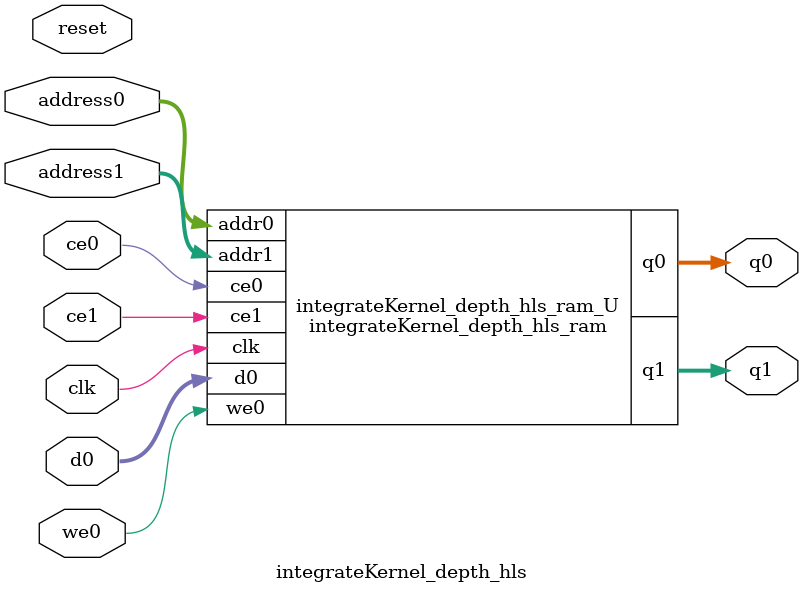
<source format=v>
`timescale 1 ns / 1 ps
module integrateKernel_depth_hls_ram (addr0, ce0, d0, we0, q0, addr1, ce1, q1,  clk);

parameter DWIDTH = 32;
parameter AWIDTH = 17;
parameter MEM_SIZE = 76800;

input[AWIDTH-1:0] addr0;
input ce0;
input[DWIDTH-1:0] d0;
input we0;
output reg[DWIDTH-1:0] q0;
input[AWIDTH-1:0] addr1;
input ce1;
output reg[DWIDTH-1:0] q1;
input clk;

(* ram_style = "block" *)reg [DWIDTH-1:0] ram[0:MEM_SIZE-1];




always @(posedge clk)  
begin 
    if (ce0) 
    begin
        if (we0) 
        begin 
            ram[addr0] <= d0; 
        end 
        q0 <= ram[addr0];
    end
end


always @(posedge clk)  
begin 
    if (ce1) 
    begin
        q1 <= ram[addr1];
    end
end


endmodule

`timescale 1 ns / 1 ps
module integrateKernel_depth_hls(
    reset,
    clk,
    address0,
    ce0,
    we0,
    d0,
    q0,
    address1,
    ce1,
    q1);

parameter DataWidth = 32'd32;
parameter AddressRange = 32'd76800;
parameter AddressWidth = 32'd17;
input reset;
input clk;
input[AddressWidth - 1:0] address0;
input ce0;
input we0;
input[DataWidth - 1:0] d0;
output[DataWidth - 1:0] q0;
input[AddressWidth - 1:0] address1;
input ce1;
output[DataWidth - 1:0] q1;



integrateKernel_depth_hls_ram integrateKernel_depth_hls_ram_U(
    .clk( clk ),
    .addr0( address0 ),
    .ce0( ce0 ),
    .we0( we0 ),
    .d0( d0 ),
    .q0( q0 ),
    .addr1( address1 ),
    .ce1( ce1 ),
    .q1( q1 ));

endmodule


</source>
